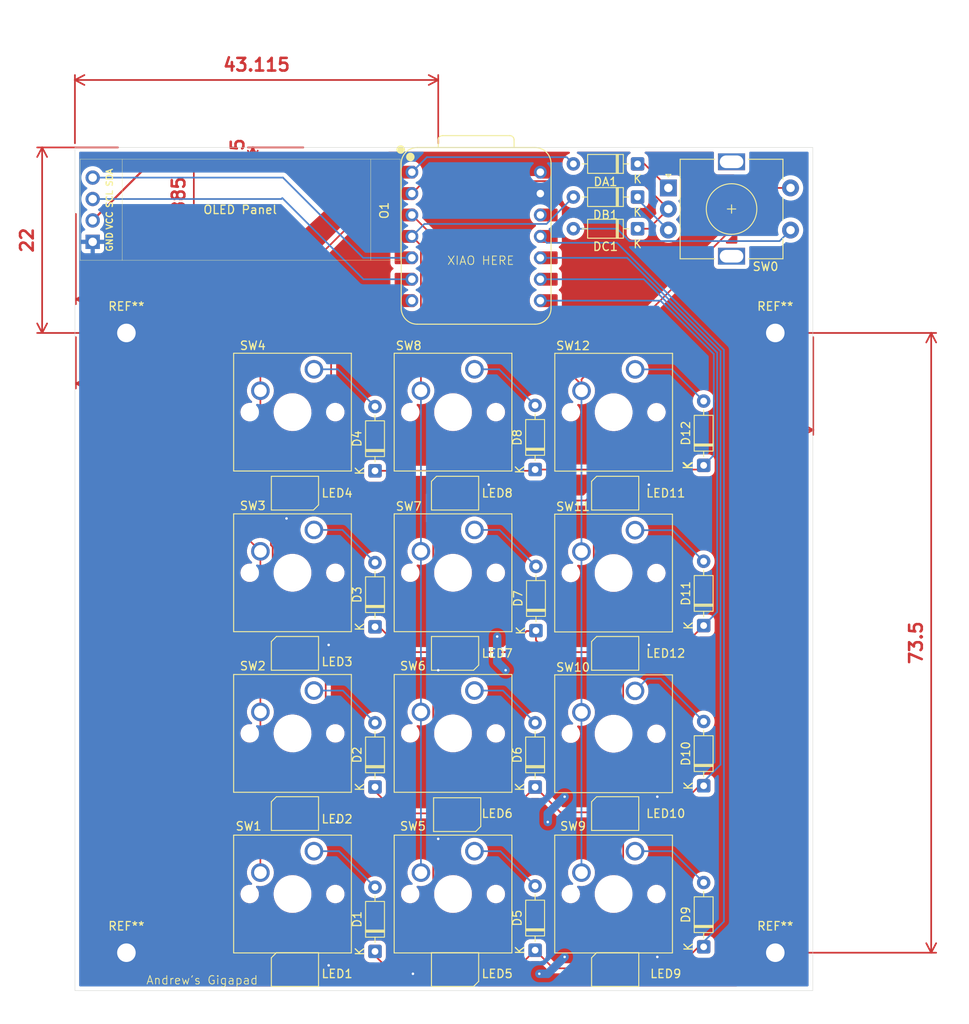
<source format=kicad_pcb>
(kicad_pcb (version 20241229) (generator "pcbnew") (generator_version "9.0")
  (layers (0 "F.Cu" signal) (2 "B.Cu" signal) (13 "F.Paste" user) (15 "B.Paste" user) (5 "F.SilkS" user "F.Silkscreen") (7 "B.SilkS" user "B.Silkscreen") (1 "F.Mask" user) (3 "B.Mask" user) (25 "Edge.Cuts" user))
  (net 0 "")
  (net 1 "GND")
  (net 2 "+5V")
  (net 3 "Net-(D1-K)")
  (net 4 "Net-(D1-A)")
  (net 5 "Net-(D2-A)")
  (net 6 "Net-(D3-A)")
  (net 7 "Net-(D4-A)")
  (net 9 "Net-(O1-Pin_3)")
  (net 10 "Net-(O1-Pin_4)")
  (net 12 "Net-(DA1-A)")
  (net 13 "Net-(D10-K)")
  (net 14 "Net-(D11-K)")
  (net 15 "Net-(D12-K)")
  (net 16 "Net-(D5-A)")
  (net 17 "Net-(D6-A)")
  (net 18 "Net-(D7-A)")
  (net 19 "Net-(D8-A)")
  (net 20 "Net-(D9-A)")
  (net 21 "Net-(D10-A)")
  (net 22 "Net-(D11-A)")
  (net 23 "Net-(D12-A)")
  (net 24 "Net-(DA1-K)")
  (net 25 "Net-(DB1-A)")
  (net 26 "Net-(DC1-K)")
  (net 27 "Net-(DB1-K)")
  (net 28 "Net-(DC1-A)")
  (net 29 "Net-(U1-GPIO28{slash}ADC2{slash}A2)")
  (net 30 "Net-(LED1-DIN)")
  (net 31 "Net-(LED1-DOUT)")
  (net 32 "Net-(LED5-DOUT)")
  (net 33 "Net-(LED6-DOUT)")
  (net 34 "Net-(LED7-DOUT)")
  (net 35 "Net-(LED10-DIN)")
  (net 36 "Net-(LED10-DOUT)")
  (net 37 "Net-(LED11-DIN)")
  (net 39 "Net-(LED11-DOUT)")
  (net 40 "Net-(LED2-DIN)")
  (net 41 "Net-(LED3-DIN)")
  (net 42 "Net-(LED4-DIN)")
  (footprint "Diode_THT:D_DO-35_SOD27_P7.62mm_Horizontal" (layer "F.Cu") (at 139.5 133.85 90)
    (property "Reference" "D6")
    (property "Value" "1N4148WT")
  )
  (footprint "Button_Switch_Keyboard:SW_Cherry_MX_1.00u_PCB" (layer "F.Cu") (at 132.3 84.31)
    (property "Reference" "SW8")
    (property "Value" "SW_Push" (hide yes))
  )
  (footprint "Diode_THT:D_DO-35_SOD27_P7.62mm_Horizontal" (layer "F.Cu") (at 159.5 133.7 90)
    (property "Reference" "D10")
    (property "Value" "1N4148WT")
  )
  (footprint "MountingHole:MountingHole_2.2mm_M2" (layer "F.Cu") (at 168 153.5)
    (property "Reference" "REF**")
    (property "Value" "MountingHole_2.2mm_M2")
  )
  (footprint "LED_SMD:LED_SK6812MINI_PLCC4_3.5x3.5mm_P1.75mm" (layer "F.Cu") (at 111 137 180)
    (property "Reference" "LED2")
    (property "Value" "SK6812MINI" (hide yes))
  )
  (footprint "LED_SMD:LED_SK6812MINI_PLCC4_3.5x3.5mm_P1.75mm" (layer "F.Cu") (at 149 155.5 180)
    (property "Reference" "LED9")
    (property "Value" "SK6812MINI" (hide yes))
  )
  (footprint "Rotary_Encoder:RotaryEncoder_Alps_EC11E-Switch_Vertical_H20mm" (layer "F.Cu") (at 155.31 62.8)
    (property "Reference" "SW0")
    (property "Value" "RotaryEncoder_Switch" (hide yes))
  )
  (footprint "Diode_THT:D_DO-35_SOD27_P7.62mm_Horizontal" (layer "F.Cu") (at 151.66 67.64 180)
    (property "Reference" "DC1")
    (property "Value" "1N4148WT" (hide yes))
  )
  (footprint "Diode_THT:D_DO-35_SOD27_P7.62mm_Horizontal" (layer "F.Cu") (at 159.5 114.7 90)
    (property "Reference" "D11")
    (property "Value" "1N4148WT")
  )
  (footprint "Diode_THT:D_DO-35_SOD27_P7.62mm_Horizontal" (layer "F.Cu") (at 151.66 63.88 180)
    (property "Reference" "DB1")
    (property "Value" "1N4148WT" (hide yes))
  )
  (footprint "LED_SMD:LED_SK6812MINI_PLCC4_3.5x3.5mm_P1.75mm" (layer "F.Cu") (at 130 99 180)
    (property "Reference" "LED8")
    (property "Value" "SK6812MINI" (hide yes))
  )
  (footprint "Diode_THT:D_DO-35_SOD27_P7.62mm_Horizontal" (layer "F.Cu") (at 159.5 152.8 90)
    (property "Reference" "D9")
    (property "Value" "1N4148WT")
  )
  (footprint "Diode_THT:D_DO-35_SOD27_P7.62mm_Horizontal" (layer "F.Cu") (at 139.5 153.2 90)
    (property "Reference" "D5")
    (property "Value" "1N4148WT")
  )
  (footprint "MountingHole:MountingHole_2.2mm_M2" (layer "F.Cu") (at 91 80)
    (property "Reference" "REF**")
    (property "Value" "MountingHole_2.2mm_M2")
  )
  (footprint "LED_SMD:LED_SK6812MINI_PLCC4_3.5x3.5mm_P1.75mm" (layer "F.Cu") (at 130 155.5)
    (property "Reference" "LED5")
    (property "Value" "SK6812MINI" (hide yes))
  )
  (footprint "Button_Switch_Keyboard:SW_Cherry_MX_1.00u_PCB" (layer "F.Cu") (at 113.25 84.31)
    (property "Reference" "SW4")
    (property "Value" "SW_Push" (hide yes))
  )
  (footprint "Diode_THT:D_DO-35_SOD27_P7.62mm_Horizontal" (layer "F.Cu") (at 139.6 115.3 90)
    (property "Reference" "D7")
    (property "Value" "1N4148WT")
  )
  (footprint "Button_Switch_Keyboard:SW_Cherry_MX_1.00u_PCB" (layer "F.Cu") (at 151.35 141.46)
    (property "Reference" "SW9")
    (property "Value" "SW_Push" (hide yes))
  )
  (footprint "Button_Switch_Keyboard:SW_Cherry_MX_1.00u_PCB" (layer "F.Cu") (at 113.25 122.41)
    (property "Reference" "SW2")
    (property "Value" "SW_Push" (hide yes))
  )
  (footprint "LED_SMD:LED_SK6812MINI_PLCC4_3.5x3.5mm_P1.75mm" (layer "F.Cu") (at 111 118 180)
    (property "Reference" "LED3")
    (property "Value" "SK6812MINI" (hide yes))
  )
  (footprint "LED_SMD:LED_SK6812MINI_PLCC4_3.5x3.5mm_P1.75mm" (layer "F.Cu") (at 149 118 180)
    (property "Reference" "LED12")
    (property "Value" "SK6812MINI" (hide yes))
  )
  (footprint "Diode_THT:D_DO-35_SOD27_P7.62mm_Horizontal" (layer "F.Cu") (at 159.5 95.7 90)
    (property "Reference" "D12")
    (property "Value" "1N4148WT")
  )
  (footprint "Diode_THT:D_DO-35_SOD27_P7.62mm_Horizontal" (layer "F.Cu") (at 120.5 96.35 90)
    (property "Reference" "D4")
    (property "Value" "1N4148WT")
  )
  (footprint "Button_Switch_Keyboard:SW_Cherry_MX_1.00u_PCB" (layer "F.Cu") (at 151.35 122.45)
    (property "Reference" "SW10")
    (property "Value" "SW_Push" (hide yes))
  )
  (footprint "Button_Switch_Keyboard:SW_Cherry_MX_1.00u_PCB" (layer "F.Cu") (at 151.36 84.32)
    (property "Reference" "SW12")
    (property "Value" "SW_Push" (hide yes))
  )
  (footprint "LED_SMD:LED_SK6812MINI_PLCC4_3.5x3.5mm_P1.75mm" (layer "F.Cu") (at 130 118)
    (property "Reference" "LED7")
    (property "Value" "SK6812MINI" (hide yes))
  )
  (footprint "Button_Switch_Keyboard:SW_Cherry_MX_1.00u_PCB" (layer "F.Cu") (at 113.25 141.46)
    (property "Reference" "SW1")
    (property "Value" "SW_Push" (hide yes))
  )
  (footprint "Diode_THT:D_DO-35_SOD27_P7.62mm_Horizontal" (layer "F.Cu") (at 120.5 114.85 90)
    (property "Reference" "D3")
    (property "Value" "1N4148WT")
  )
  (footprint "LED_SMD:LED_SK6812MINI_PLCC4_3.5x3.5mm_P1.75mm" (layer "F.Cu") (at 130.25 137.125)
    (property "Reference" "LED6")
    (property "Value" "SK6812MINI" (hide yes))
  )
  (footprint "KiCad-SSD1306-0.91-OLED-4pin-128x32.pretty-master:SSD1306-0.91-OLED-4pin-128x32" (layer "F.Cu") (at 123.5 71.385 180)
    (property "Reference" "O1")
    (property "Value" "OLED")
  )
  (footprint "LED_SMD:LED_SK6812MINI_PLCC4_3.5x3.5mm_P1.75mm" (layer "F.Cu") (at 111 99)
    (property "Reference" "LED4")
    (property "Value" "SK6812MINI" (hide yes))
  )
  (footprint "Diode_THT:D_DO-35_SOD27_P7.62mm_Horizontal" (layer "F.Cu") (at 120.5 133.85 90)
    (property "Reference" "D2")
    (property "Value" "1N4148WT")
  )
  (footprint "Diode_THT:D_DO-35_SOD27_P7.62mm_Horizontal" (layer "F.Cu") (at 139.5 96.2 90)
    (property "Reference" "D8")
    (property "Value" "1N4148WT")
  )
  (footprint "Diode_THT:D_DO-35_SOD27_P7.62mm_Horizontal" (layer "F.Cu") (at 120.5 153.35 90)
    (property "Reference" "D1")
    (property "Value" "1N4148WT")
  )
  (footprint "Button_Switch_Keyboard:SW_Cherry_MX_1.00u_PCB" (layer "F.Cu") (at 132.3 103.36)
    (property "Reference" "SW7")
    (property "Value" "SW_Push" (hide yes))
  )
  (footprint "LED_SMD:LED_SK6812MINI_PLCC4_3.5x3.5mm_P1.75mm" (layer "F.Cu") (at 111 155.5 180)
    (property "Reference" "LED1")
    (property "Value" "SK6812MINI" (hide yes))
  )
  (footprint "Button_Switch_Keyboard:SW_Cherry_MX_1.00u_PCB" (layer "F.Cu") (at 151.35 103.39)
    (property "Reference" "SW11")
    (property "Value" "SW_Push" (hide yes))
  )
  (footprint "Diode_THT:D_DO-35_SOD27_P7.62mm_Horizontal" (layer "F.Cu") (at 151.66 59.95 180)
    (property "Reference" "DA1")
    (property "Value" "1N4148WT" (hide yes))
  )
  (footprint "Seeed Studio XIAO Series Library:XIAO-RP2040-DIP" (layer "F.Cu") (at 132.5 68.5485)
    (property "Reference" "U1" (hide yes))
    (property "Value" "XIAO-RP2040-DIP")
  )
  (footprint "LED_SMD:LED_SK6812MINI_PLCC4_3.5x3.5mm_P1.75mm" (layer "F.Cu") (at 149 137 180)
    (property "Reference" "LED10")
    (property "Value" "SK6812MINI" (hide yes))
  )
  (footprint "MountingHole:MountingHole_2.2mm_M2" (layer "F.Cu") (at 168 80)
    (property "Reference" "REF**")
    (property "Value" "MountingHole_2.2mm_M2")
  )
  (footprint "Button_Switch_Keyboard:SW_Cherry_MX_1.00u_PCB" (layer "F.Cu") (at 132.3 122.41)
    (property "Reference" "SW6")
    (property "Value" "SW_Push" (hide yes))
  )
  (footprint "LED_SMD:LED_SK6812MINI_PLCC4_3.5x3.5mm_P1.75mm" (layer "F.Cu") (at 149 99 180)
    (property "Reference" "LED11")
    (property "Value" "SK6812MINI" (hide yes))
  )
  (footprint "Button_Switch_Keyboard:SW_Cherry_MX_1.00u_PCB" (layer "F.Cu") (at 113.25 103.36)
    (property "Reference" "SW3")
    (property "Value" "SW_Push" (hide yes))
  )
  (footprint "MountingHole:MountingHole_2.2mm_M2" (layer "F.Cu") (at 91 153.5)
    (property "Reference" "REF**")
    (property "Value" "MountingHole_2.2mm_M2")
  )
  (footprint "Button_Switch_Keyboard:SW_Cherry_MX_1.00u_PCB" (layer "F.Cu") (at 132.3 141.46)
    (property "Reference" "SW5")
    (property "Value" "SW_Push" (hide yes))
  )
  (gr_rect (start 84.89 58) (end 172.45 158) (stroke (width 0.05)) (fill no) (layer "Edge.Cuts"))
  (gr_text "Andrew's Gigapad" (at 93.3 157.34 0) (layer "F.SilkS") (effects (font (size 1 1) (thickness 0.1)) (justify left bottom)))
  (gr_text "XIAO HERE" (at 129 72 0) (layer "F.SilkS") (effects (font (size 1 1) (thickness 0.1)) (justify left bottom)))
  (gr_text "K" (at 157.6 95.7 90) (layer "F.SilkS") (effects (font (size 1 1))))
  (dimension (type orthogonal) (layer "F.Cu") (pts (xy 111.5 59.5) (xy 112.5 58)) (height -5.5) (orientation 1) (format (prefix "") (suffix "") (units 2) (units_format 0) (precision 4) (suppress_zeroes yes)) (style (thickness 0.2) (arrow_length 1.27) (text_position_mode 0) (arrow_direction outward) (extension_height 0.58642) (extension_offset 0.5) (keep_text_aligned yes)) (gr_text "1.5" (at 104.2 58.75 90) (layer "F.Cu") (effects (font (size 1.5 1.5) (thickness 0.3)))))
  (dimension (type orthogonal) (layer "F.Cu") (pts (xy 90.5 64.5) (xy 120 65.5)) (height 11) (orientation 0) (format (prefix "") (suffix "") (units 2) (units_format 0) (precision 4) (suppress_zeroes yes)) (style (thickness 0.2) (arrow_length 1.27) (text_position_mode 0) (arrow_direction outward) (extension_height 0.58642) (extension_offset 0.5) (keep_text_aligned yes)) (gr_text "29.5" (at 105.25 73.7 0) (layer "F.Cu") (effects (font (size 1.5 1.5) (thickness 0.3)))))
  (dimension (type orthogonal) (layer "F.Cu") (pts (xy 91 80) (xy 90.5 58)) (height -10) (orientation 1) (format (prefix "") (suffix "") (units 2) (units_format 0) (precision 4) (suppress_zeroes yes)) (style (thickness 0.2) (arrow_length 1.27) (text_position_mode 0) (arrow_direction outward) (extension_height 0.58642) (extension_offset 0.5) (keep_text_aligned yes)) (gr_text "22" (at 79.2 69 90) (layer "F.Cu") (effects (font (size 1.5 1.5) (thickness 0.3)))))
  (dimension (type orthogonal) (layer "F.Cu") (pts (xy 168 80) (xy 172.5 80)) (height 11.5) (orientation 0) (format (prefix "") (suffix "") (units 2) (units_format 0) (precision 4) (suppress_zeroes yes)) (style (thickness 0.2) (arrow_length 1.27) (text_position_mode 0) (arrow_direction outward) (extension_height 0.58642) (extension_offset 0.5) (keep_text_aligned yes)) (gr_text "4.5" (at 170.25 89.7 0) (layer "F.Cu") (effects (font (size 1.5 1.5) (thickness 0.3)))))
  (dimension (type orthogonal) (layer "F.Cu") (pts (xy 91 80) (xy 85 80)) (height 6) (orientation 0) (format (prefix "") (suffix "") (units 2) (units_format 0) (precision 4) (suppress_zeroes yes)) (style (thickness 0.2) (arrow_length 1.27) (text_position_mode 0) (arrow_direction outward) (extension_height 0.58642) (extension_offset 0.5) (keep_text_aligned yes)) (gr_text "6" (at 88 84.2 0) (layer "F.Cu") (effects (font (size 1.5 1.5) (thickness 0.3)))))
  (dimension (type orthogonal) (layer "F.Cu") (pts (xy 168 80) (xy 168 153.5)) (height 18.5) (orientation 1) (format (prefix "") (suffix "") (units 2) (units_format 0) (precision 4) (suppress_zeroes yes)) (style (thickness 0.2) (arrow_length 1.27) (text_position_mode 0) (arrow_direction outward) (extension_height 0.58642) (extension_offset 0.5) (keep_text_aligned yes)) (gr_text "73.5" (at 184.7 116.75 90) (layer "F.Cu") (effects (font (size 1.5 1.5) (thickness 0.3)))))
  (dimension (type orthogonal) (layer "F.Cu") (pts (xy 128.005 58.0075) (xy 84.89 58)) (height -8.0075) (orientation 0) (format (prefix "") (suffix "") (units 2) (units_format 0) (precision 4) (suppress_zeroes yes)) (style (thickness 0.2) (arrow_length 1.27) (text_position_mode 0) (arrow_direction outward) (extension_height 0.58642) (extension_offset 0.5) (keep_text_aligned yes)) (gr_text "43.115" (at 106.4475 48.2 0) (layer "F.Cu") (effects (font (size 1.5 1.5) (thickness 0.3)))))
  (dimension (type orthogonal) (layer "F.Cu") (pts (xy 90.5 65.385) (xy 85 65.385)) (height 10.615) (orientation 0) (format (prefix "") (suffix "") (units 2) (units_format 0) (precision 4) (suppress_zeroes yes)) (style (thickness 0.2) (arrow_length 1.27) (text_position_mode 0) (arrow_direction outward) (extension_height 0.58642) (extension_offset 0.5) (keep_text_aligned yes)) (gr_text "5.5" (at 87.75 74.2 0) (layer "F.Cu") (effects (font (size 1.5 1.5) (thickness 0.3)))))
  (dimension (type orthogonal) (layer "F.Cu") (pts (xy 104.5 71.385) (xy 104.615 59.5)) (height -5.5) (orientation 1) (format (prefix "") (suffix "") (units 2) (units_format 0) (precision 4) (suppress_zeroes yes)) (style (thickness 0.2) (arrow_length 1.27) (text_position_mode 0) (arrow_direction outward) (extension_height 0.58642) (extension_offset 0.5) (keep_text_aligned yes)) (gr_text "11.885" (at 97.2 65.4425 90) (layer "F.Cu") (effects (font (size 1.5 1.5) (thickness 0.3)))))
  (segment (start 113 137) (end 115 137) (width 0.2) (layer "F.Cu") (net 1))
  (segment (start 112.75 136.75) (end 113 137) (width 0.2) (layer "F.Cu") (net 1))
  (segment (start 125.375 156.375) (end 125 156) (width 0.2) (layer "F.Cu") (net 1))
  (segment (start 152.875 98.125) (end 153 98) (width 0.2) (layer "F.Cu") (net 1))
  (segment (start 128 120) (end 128.25 119.75) (width 0.2) (layer "F.Cu") (net 1))
  (segment (start 112.75 154.625) (end 114.625 154.625) (width 0.2) (layer "F.Cu") (net 1))
  (segment (start 152.875 117.125) (end 153 117) (width 0.2) (layer "F.Cu") (net 1))
  (segment (start 150.75 98.125) (end 152.875 98.125) (width 0.2) (layer "F.Cu") (net 1))
  (segment (start 114.875 117.125) (end 115 117) (width 0.2) (layer "F.Cu") (net 1))
  (segment (start 150.875 136.125) (end 151 136) (width 0.2) (layer "F.Cu") (net 1))
  (segment (start 150.75 154.625) (end 153.375 154.625) (width 0.2) (layer "F.Cu") (net 1))
  (segment (start 153.375 154.625) (end 154 154) (width 0.2) (layer "F.Cu") (net 1))
  (segment (start 150.75 117.125) (end 152.875 117.125) (width 0.2) (layer "F.Cu") (net 1))
  (segment (start 131.75 98.125) (end 133.875 98.125) (width 0.2) (layer "F.Cu") (net 1))
  (segment (start 109.25 99.875) (end 109.25 101.25) (width 0.2) (layer "F.Cu") (net 1))
  (segment (start 150.75 136.125) (end 150.875 136.125) (width 0.2) (layer "F.Cu") (net 1))
  (segment (start 153 136) (end 154 135) (width 0.2) (layer "F.Cu") (net 1))
  (segment (start 128.25 119.75) (end 128.25 118.875) (width 0.2) (layer "F.Cu") (net 1))
  (segment (start 128.25 156.375) (end 125.375 156.375) (width 0.2) (layer "F.Cu") (net 1))
  (segment (start 133.875 98.125) (end 134 98) (width 0.2) (layer "F.Cu") (net 1))
  (segment (start 151 136) (end 153 136) (width 0.2) (layer "F.Cu") (net 1))
  (segment (start 114.625 154.625) (end 115 155) (width 0.2) (layer "F.Cu") (net 1))
  (segment (start 109.25 101.25) (end 110 102) (width 0.2) (layer "F.Cu") (net 1))
  (segment (start 112.75 136.125) (end 112.75 136.75) (width 0.2) (layer "F.Cu") (net 1))
  (segment (start 115 137) (end 116 138) (width 0.2) (layer "F.Cu") (net 1))
  (segment (start 112.75 117.125) (end 114.875 117.125) (width 0.2) (layer "F.Cu") (net 1))
  (segment (start 128.5 138) (end 128 138) (width 0.2) (layer "F.Cu") (net 1))
  (segment (start 128 138) (end 128 140) (width 0.2) (layer "F.Cu") (net 1))
  (via (at 110 102) (size 0.6) (drill 0.3) (layers "F.Cu" "B.Cu") (net 1))
  (via (at 128 120) (size 0.6) (drill 0.3) (layers "F.Cu" "B.Cu") (net 1))
  (via (at 116 138) (size 0.6) (drill 0.3) (layers "F.Cu" "B.Cu") (net 1))
  (via (at 154 135) (size 0.6) (drill 0.3) (layers "F.Cu" "B.Cu") (net 1))
  (via (at 134 98) (size 0.6) (drill 0.3) (layers "F.Cu" "B.Cu") (net 1))
  (via (at 153 117) (size 0.6) (drill 0.3) (layers "F.Cu" "B.Cu") (net 1))
  (via (at 115 155) (size 0.6) (drill 0.3) (layers "F.Cu" "B.Cu") (net 1))
  (via (at 128 140) (size 0.6) (drill 0.3) (layers "F.Cu" "B.Cu") (net 1))
  (via (at 153 98) (size 0.6) (drill 0.3) (layers "F.Cu" "B.Cu") (net 1))
  (via (at 125 156) (size 0.6) (drill 0.3) (layers "F.Cu" "B.Cu") (net 1))
  (via (at 154 154) (size 0.6) (drill 0.3) (layers "F.Cu" "B.Cu") (net 1))
  (via (at 115 117) (size 0.6) (drill 0.3) (layers "F.Cu" "B.Cu") (net 1))
  (segment (start 144 134) (end 143 135) (width 1) (layer "F.Cu") (net 2))
  (segment (start 144 133) (end 144 134) (width 1) (layer "F.Cu") (net 2))
  (segment (start 87 66.655) (end 94.655 59) (width 0.254) (layer "F.Cu") (net 2))
  (segment (start 137 59) (end 138.9285 60.9285) (width 0.254) (layer "F.Cu") (net 2))
  (segment (start 135 115) (end 135 116) (width 1) (layer "F.Cu") (net 2))
  (segment (start 134 114) (end 135 115) (width 1) (layer "F.Cu") (net 2))
  (segment (start 144 153) (end 143 154) (width 1) (layer "F.Cu") (net 2))
  (segment (start 94.655 59) (end 137 59) (width 0.254) (layer "F.Cu") (net 2))
  (segment (start 138.9285 60.9285) (end 140.12 60.9285) (width 0.254) (layer "F.Cu") (net 2))
  (via (at 136 120) (size 0.6) (drill 0.3) (layers "F.Cu" "B.Cu") (net 2))
  (via (at 141 138) (size 0.6) (drill 0.3) (layers "F.Cu" "B.Cu") (net 2))
  (via (at 143 154) (size 0.6) (drill 0.3) (layers "F.Cu" "B.Cu") (net 2))
  (via (at 135 116) (size 0.6) (drill 0.3) (layers "F.Cu" "B.Cu") (net 2))
  (via (at 143 135) (size 0.6) (drill 0.3) (layers "F.Cu" "B.Cu") (net 2))
  (via (at 140 156) (size 0.6) (drill 0.3) (layers "F.Cu" "B.Cu") (net 2))
  (segment (start 143 154) (end 141 156) (width 1) (layer "B.Cu") (net 2))
  (segment (start 135 119) (end 136 120) (width 1) (layer "B.Cu") (net 2))
  (segment (start 141 156) (end 140 156) (width 1) (layer "B.Cu") (net 2))
  (segment (start 135 116) (end 135 119) (width 1) (layer "B.Cu") (net 2))
  (segment (start 141 137) (end 141 138) (width 1) (layer "B.Cu") (net 2))
  (segment (start 143 135) (end 141 137) (width 1) (layer "B.Cu") (net 2))
  (segment (start 141.651 155.351) (end 156.349 155.351) (width 0.2) (layer "F.Cu") (net 3))
  (segment (start 120.5 153.85) (end 122.001 155.351) (width 0.2) (layer "F.Cu") (net 3))
  (segment (start 120.5 153.35) (end 120.5 153.85) (width 0.2) (layer "F.Cu") (net 3))
  (segment (start 139.5 153.2) (end 141.651 155.351) (width 0.2) (layer "F.Cu") (net 3))
  (segment (start 158.9 152.8) (end 159.5 152.8) (width 0.2) (layer "F.Cu") (net 3))
  (segment (start 156.349 155.351) (end 158.9 152.8) (width 0.2) (layer "F.Cu") (net 3))
  (segment (start 137.349 155.351) (end 139.5 153.2) (width 0.2) (layer "F.Cu") (net 3))
  (segment (start 122.001 155.351) (end 137.349 155.351) (width 0.2) (layer "F.Cu") (net 3))
  (segment (start 161.904 82.004229) (end 149.21027 69.310499) (width 0.2) (layer "B.Cu") (net 3))
  (segment (start 159.5 152.8) (end 159.5 152.2) (width 0.2) (layer "B.Cu") (net 3))
  (segment (start 159.5 152.2) (end 161.904 149.796) (width 0.2) (layer "B.Cu") (net 3))
  (segment (start 161.904 149.796) (end 161.904 82.004229) (width 0.2) (layer "B.Cu") (net 3))
  (segment (start 149.21027 69.310499) (end 140.881999 69.310499) (width 0.2) (layer "B.Cu") (net 3))
  (segment (start 140.881999 69.310499) (end 140.12 68.5485) (width 0.2) (layer "B.Cu") (net 3))
  (segment (start 116.23 141.46) (end 120.5 145.73) (width 0.2) (layer "B.Cu") (net 4))
  (segment (start 113.25 141.46) (end 116.23 141.46) (width 0.2) (layer "B.Cu") (net 4))
  (segment (start 113.25 122.41) (end 116.68 122.41) (width 0.2) (layer "B.Cu") (net 5))
  (segment (start 116.68 122.41) (end 120.5 126.23) (width 0.2) (layer "B.Cu") (net 5))
  (segment (start 113.25 103.36) (end 116.63 103.36) (width 0.2) (layer "B.Cu") (net 6))
  (segment (start 116.63 103.36) (end 120.5 107.23) (width 0.2) (layer "B.Cu") (net 6))
  (segment (start 116.08 84.31) (end 120.5 88.73) (width 0.2) (layer "B.Cu") (net 7))
  (segment (start 113.25 84.31) (end 116.08 84.31) (width 0.2) (layer "B.Cu") (net 7))
  (segment (start 87 64.115) (end 109.385 64.115) (width 0.2) (layer "B.Cu") (net 9))
  (segment (start 109.385 64.115) (end 109.5 64) (width 0.2) (layer "B.Cu") (net 9))
  (segment (start 119.1285 73.6285) (end 124.88 73.6285) (width 0.2) (layer "B.Cu") (net 9))
  (segment (start 109.5 64) (end 119.1285 73.6285) (width 0.2) (layer "B.Cu") (net 9))
  (segment (start 109.575 61.575) (end 119.0885 71.0885) (width 0.2) (layer "B.Cu") (net 10))
  (segment (start 87 61.575) (end 109.575 61.575) (width 0.2) (layer "B.Cu") (net 10))
  (segment (start 119.0885 71.0885) (end 124.88 71.0885) (width 0.2) (layer "B.Cu") (net 10))
  (segment (start 106.9 90.1) (end 105.3 91.7) (width 0.2) (layer "F.Cu") (net 12))
  (segment (start 106.9 136.75) (end 105.3 138.35) (width 0.2) (layer "F.Cu") (net 12))
  (segment (start 106.9 113) (end 105.3 114.6) (width 0.2) (layer "F.Cu") (net 12))
  (segment (start 106.9 86.85) (end 106.9 77.83087) (width 0.2) (layer "F.Cu") (net 12))
  (segment (start 106.9 86.85) (end 106.9 90.1) (width 0.2) (layer "F.Cu") (net 12))
  (segment (start 105.3 114.6) (end 105.3 119.35) (width 0.2) (layer "F.Cu") (net 12))
  (segment (start 106.9 124.95) (end 106.9 136.75) (width 0.2) (layer "F.Cu") (net 12))
  (segment (start 123.80237 60.9285) (end 124.88 60.9285) (width 0.2) (layer "F.Cu") (net 12))
  (segment (start 106.9 120.95) (end 105.3 119.35) (width 0.2) (layer "F.Cu") (net 12))
  (segment (start 106.9 139.95) (end 105.3 138.35) (width 0.2) (layer "F.Cu") (net 12))
  (segment (start 106.9 124.95) (end 106.9 120.95) (width 0.2) (layer "F.Cu") (net 12))
  (segment (start 105.3 91.7) (end 105.3 104.3) (width 0.2) (layer "F.Cu") (net 12))
  (segment (start 106.9 77.83087) (end 123.80237 60.9285) (width 0.2) (layer "F.Cu") (net 12))
  (segment (start 105.3 104.3) (end 106.9 105.9) (width 0.2) (layer "F.Cu") (net 12))
  (segment (start 106.9 144) (end 106.9 139.95) (width 0.2) (layer "F.Cu") (net 12))
  (segment (start 106.9 105.9) (end 106.9 113) (width 0.2) (layer "F.Cu") (net 12))
  (segment (start 143.240001 59.150001) (end 144.04 59.95) (width 0.2) (layer "B.Cu") (net 12))
  (segment (start 124.88 60.9285) (end 126.658499 59.150001) (width 0.2) (layer "B.Cu") (net 12))
  (segment (start 126.658499 59.150001) (end 143.240001 59.150001) (width 0.2) (layer "B.Cu") (net 12))
  (segment (start 136.374 136.976) (end 139.5 133.85) (width 0.2) (layer "F.Cu") (net 13))
  (segment (start 120.5 134.35) (end 123.126 136.976) (width 0.2) (layer "F.Cu") (net 13))
  (segment (start 123.126 136.976) (end 136.374 136.976) (width 0.2) (layer "F.Cu") (net 13))
  (segment (start 142.501 136.851) (end 139.5 133.85) (width 0.2) (layer "F.Cu") (net 13))
  (segment (start 155.849 136.851) (end 159 133.7) (width 0.2) (layer "F.Cu") (net 13))
  (segment (start 159 133.7) (end 159.5 133.7) (width 0.2) (layer "F.Cu") (net 13))
  (segment (start 155.849 136.851) (end 142.501 136.851) (width 0.2) (layer "F.Cu") (net 13))
  (segment (start 120.5 133.85) (end 120.5 134.35) (width 0.2) (layer "F.Cu") (net 13))
  (segment (start 161.503 82.170329) (end 150.421171 71.0885) (width 0.2) (layer "B.Cu") (net 13))
  (segment (start 161.503 131.197) (end 161.503 82.170329) (width 0.2) (layer "B.Cu") (net 13))
  (segment (start 159.5 133.2) (end 159.5 133.7) (width 0.2) (layer "B.Cu") (net 13))
  (segment (start 150.421171 71.0885) (end 140.12 71.0885) (width 0.2) (layer "B.Cu") (net 13))
  (segment (start 161.503 131.197) (end 159.5 133.2) (width 0.2) (layer "B.Cu") (net 13))
  (segment (start 138.5 115.35) (end 135.999 117.851) (width 0.2) (layer "F.Cu") (net 14))
  (segment (start 141.001 117.851) (end 139.6 116.45) (width 0.2) (layer "F.Cu") (net 14))
  (segment (start 121 114.85) (end 120.5 114.85) (width 0.2) (layer "F.Cu") (net 14))
  (segment (start 124.001 117.851) (end 121 114.85) (width 0.2) (layer "F.Cu") (net 14))
  (segment (start 139.6 116.45) (end 139.6 115.3) (width 0.2) (layer "F.Cu") (net 14))
  (segment (start 135.999 117.851) (end 124.001 117.851) (width 0.2) (layer "F.Cu") (net 14))
  (segment (start 139.55 115.35) (end 138.5 115.35) (width 0.2) (layer "F.Cu") (net 14))
  (segment (start 156.349 117.851) (end 141.001 117.851) (width 0.2) (layer "F.Cu") (net 14))
  (segment (start 139.6 115.3) (end 139.55 115.35) (width 0.2) (layer "F.Cu") (net 14))
  (segment (start 159.5 114.7) (end 156.349 117.851) (width 0.2) (layer "F.Cu") (net 14))
  (segment (start 161.102 82.336429) (end 152.394071 73.6285) (width 0.2) (layer "B.Cu") (net 14))
  (segment (start 159.5 114.7) (end 161.102 113.098) (width 0.2) (layer "B.Cu") (net 14))
  (segment (start 161.102 113.098) (end 161.102 82.336429) (width 0.2) (layer "B.Cu") (net 14))
  (segment (start 152.394071 73.6285) (end 140.12 73.6285) (width 0.2) (layer "B.Cu") (net 14))
  (segment (start 139.35 96.35) (end 139.5 96.2) (width 0.2) (layer "F.Cu") (net 15))
  (segment (start 139.5 96.2) (end 159 96.2) (width 0.2) (layer "F.Cu") (net 15))
  (segment (start 159 96.2) (end 159.5 95.7) (width 0.2) (layer "F.Cu") (net 15))
  (segment (start 120.5 96.35) (end 139.35 96.35) (width 0.2) (layer "F.Cu") (net 15))
  (segment (start 154.366971 76.1685) (end 140.12 76.1685) (width 0.2) (layer "B.Cu") (net 15))
  (segment (start 160.701 94.499) (end 160.701 82.502529) (width 0.2) (layer "B.Cu") (net 15))
  (segment (start 159.5 95.7) (end 160.701 94.499) (width 0.2) (layer "B.Cu") (net 15))
  (segment (start 160.701 82.502529) (end 154.366971 76.1685) (width 0.2) (layer "B.Cu") (net 15))
  (segment (start 132.3 141.46) (end 135.38 141.46) (width 0.2) (layer "B.Cu") (net 16))
  (segment (start 135.38 141.46) (end 139.5 145.58) (width 0.2) (layer "B.Cu") (net 16))
  (segment (start 135.68 122.41) (end 139.5 126.23) (width 0.2) (layer "B.Cu") (net 17))
  (segment (start 132.3 122.41) (end 135.68 122.41) (width 0.2) (layer "B.Cu") (net 17))
  (segment (start 132.3 103.36) (end 135.28 103.36) (width 0.2) (layer "B.Cu") (net 18))
  (segment (start 135.28 103.36) (end 139.6 107.68) (width 0.2) (layer "B.Cu") (net 18))
  (segment (start 132.3 84.31) (end 135.23 84.31) (width 0.2) (layer "B.Cu") (net 19))
  (segment (start 135.23 84.31) (end 139.5 88.58) (width 0.2) (layer "B.Cu") (net 19))
  (segment (start 155.78 141.46) (end 159.5 145.18) (width 0.2) (layer "B.Cu") (net 20))
  (segment (start 151.35 141.46) (end 155.78 141.46) (width 0.2) (layer "B.Cu") (net 20))
  (segment (start 152.8 121) (end 153.5 121) (width 0.2) (layer "B.Cu") (net 21))
  (segment (start 154.42 121) (end 159.5 126.08) (width 0.2) (layer "B.Cu") (net 21))
  (segment (start 151.35 122.45) (end 152.8 121) (width 0.2) (layer "B.Cu") (net 21))
  (segment (start 153.5 121) (end 154.42 121) (width 0.2) (layer "B.Cu") (net 21))
  (segment (start 151.35 103.39) (end 155.81 103.39) (width 0.2) (layer "B.Cu") (net 22))
  (segment (start 155.81 103.39) (end 159.5 107.08) (width 0.2) (layer "B.Cu") (net 22))
  (segment (start 155.74 84.32) (end 159.5 88.08) (width 0.2) (layer "B.Cu") (net 23))
  (segment (start 151.36 84.32) (end 155.74 84.32) (width 0.2) (layer "B.Cu") (net 23))
  (segment (start 151.66 59.95) (end 152.46 59.95) (width 0.2) (layer "F.Cu") (net 24))
  (segment (start 152.46 59.95) (end 155.31 62.8) (width 0.2) (layer "F.Cu") (net 24))
  (segment (start 124.88 68.5485) (end 125.95 69.6185) (width 0.2) (layer "F.Cu") (net 25))
  (segment (start 125.95 69.6185) (end 125.95 86.85) (width 0.2) (layer "F.Cu") (net 25))
  (segment (start 125.95 105.9) (end 125.95 86.85) (width 0.2) (layer "B.Cu") (net 25))
  (segment (start 140.8485 67.0715) (end 126.357 67.0715) (width 0.2) (layer "B.Cu") (net 25))
  (segment (start 125.95 124.95) (end 125.95 105.9) (width 0.2) (layer "B.Cu") (net 25))
  (segment (start 126.357 67.0715) (end 124.88 68.5485) (width 0.2) (layer "B.Cu") (net 25))
  (segment (start 125.95 144) (end 125.95 124.95) (width 0.2) (layer "B.Cu") (net 25))
  (segment (start 144.04 63.88) (end 140.8485 67.0715) (width 0.2) (layer "B.Cu") (net 25))
  (segment (start 152.0015 61.9915) (end 155.31 65.3) (width 0.2) (layer "F.Cu") (net 26))
  (segment (start 126.357 61.9915) (end 152.0015 61.9915) (width 0.2) (layer "F.Cu") (net 26))
  (segment (start 152.97 67.64) (end 155.31 65.3) (width 0.2) (layer "F.Cu") (net 26))
  (segment (start 151.66 67.64) (end 152.97 67.64) (width 0.2) (layer "F.Cu") (net 26))
  (segment (start 124.88 63.4685) (end 126.357 61.9915) (width 0.2) (layer "F.Cu") (net 26))
  (segment (start 151.66 63.88) (end 151.66 64.15) (width 0.2) (layer "B.Cu") (net 27))
  (segment (start 151.66 64.15) (end 155.31 67.8) (width 0.2) (layer "B.Cu") (net 27))
  (segment (start 169.81 67.8) (end 168.509 69.101) (width 0.2) (layer "B.Cu") (net 28))
  (segment (start 150.689 69.101) (end 149.228 67.64) (width 0.2) (layer "B.Cu") (net 28))
  (segment (start 149.228 67.64) (end 144.04 67.64) (width 0.2) (layer "B.Cu") (net 28))
  (segment (start 168.509 69.101) (end 150.689 69.101) (width 0.2) (layer "B.Cu") (net 28))
  (segment (start 167.708 62.8) (end 145.01 85.498) (width 0.2) (layer "F.Cu") (net 29))
  (segment (start 145.01 86.1385) (end 145.01 86.86) (width 0.2) (layer "F.Cu") (net 29))
  (segment (start 145.01 85.498) (end 145.01 86.86) (width 0.2) (layer "F.Cu") (net 29))
  (segment (start 124.88 66.0085) (end 145.01 86.1385) (width 0.2) (layer "F.Cu") (net 29))
  (segment (start 169.81 62.8) (end 167.708 62.8) (width 0.2) (layer "F.Cu") (net 29))
  (segment (start 145 105.93) (end 145 124.99) (width 0.2) (layer "B.Cu") (net 29))
  (segment (start 145 86.87) (end 145.01 86.86) (width 0.2) (layer "B.Cu") (net 29))
  (segment (start 145 105.93) (end 145 86.87) (width 0.2) (layer "B.Cu") (net 29))
  (segment (start 145 124.99) (end 145 144) (width 0.2) (layer "B.Cu") (net 29))
  (segment (start 109.736184 141.238816) (end 113.061 144.563632) (width 0.2) (layer "F.Cu") (net 30))
  (segment (start 113.061 150.814) (end 109.25 154.625) (width 0.2) (layer "F.Cu") (net 30))
  (segment (start 113.061 144.563632) (end 113.061 150.814) (width 0.2) (layer "F.Cu") (net 30))
  (segment (start 112.75 138.225) (end 109.736184 141.238816) (width 0.2) (layer "F.Cu") (net 30))
  (segment (start 112.75 137.875) (end 112.75 138.225) (width 0.2) (layer "F.Cu") (net 30))
  (segment (start 112.75 156.375) (end 113.476 157.101) (width 0.2) (layer "F.Cu") (net 31))
  (segment (start 131.024 157.101) (end 131.75 156.375) (width 0.2) (layer "F.Cu") (net 31))
  (segment (start 113.476 157.101) (end 131.024 157.101) (width 0.2) (layer "F.Cu") (net 31))
  (segment (start 127.409 153.784) (end 127.409 142.591) (width 0.2) (layer "F.Cu") (net 32))
  (segment (start 131.6 138.35) (end 132.3 138.35) (width 0.2) (layer "F.Cu") (net 32))
  (segment (start 127.409 142.591) (end 132 138) (width 0.2) (layer "F.Cu") (net 32))
  (segment (start 128.25 154.625) (end 127.409 153.784) (width 0.2) (layer "F.Cu") (net 32))
  (segment (start 127.409 135.159) (end 128.5 136.25) (width 0.2) (layer "F.Cu") (net 33))
  (segment (start 127.409 123.216) (end 127.409 135.159) (width 0.2) (layer "F.Cu") (net 33))
  (segment (start 131.75 118.875) (end 127.409 123.216) (width 0.2) (layer "F.Cu") (net 33))
  (segment (start 127.409 102.543) (end 127.149 102.283) (width 0.2) (layer "F.Cu") (net 34))
  (segment (start 127.149 102.283) (end 127.149 99.226) (width 0.2) (layer "F.Cu") (net 34))
  (segment (start 128.25 117.125) (end 127.409 116.284) (width 0.2) (layer "F.Cu") (net 34))
  (segment (start 127.149 99.226) (end 128.25 98.125) (width 0.2) (layer "F.Cu") (net 34))
  (segment (start 127.409 116.284) (end 127.409 102.543) (width 0.2) (layer "F.Cu") (net 34))
  (segment (start 150.75 118.875) (end 149.949 119.676) (width 0.2) (layer "F.Cu") (net 35))
  (segment (start 151.161 132.214) (end 147.25 136.125) (width 0.2) (layer "F.Cu") (net 35))
  (segment (start 149.949 125.344184) (end 151.161 126.556184) (width 0.2) (layer "F.Cu") (net 35))
  (segment (start 149.949 119.676) (end 149.949 125.344184) (width 0.2) (layer "F.Cu") (net 35))
  (segment (start 151.161 126.556184) (end 151.161 132.214) (width 0.2) (layer "F.Cu") (net 35))
  (segment (start 149.949 138.676) (end 149.949 144.354184) (width 0.2) (layer "F.Cu") (net 36))
  (segment (start 149.949 144.354184) (end 151.161 145.566184) (width 0.2) (layer "F.Cu") (net 36))
  (segment (start 150.75 137.875) (end 149.949 138.676) (width 0.2) (layer "F.Cu") (net 36))
  (segment (start 151.161 145.566184) (end 151.161 150.714) (width 0.2) (layer "F.Cu") (net 36))
  (segment (start 151.161 150.714) (end 147.25 154.625) (width 0.2) (layer "F.Cu") (net 36))
  (segment (start 145.5 99.875) (end 147.25 98.125) (width 0.2) (layer "F.Cu") (net 37))
  (segment (start 131.75 99.875) (end 145.5 99.875) (width 0.2) (layer "F.Cu") (net 37))
  (segment (start 146.459 116.334) (end 146.459 104.166) (width 0.2) (layer "F.Cu") (net 39))
  (segment (start 147.25 117.125) (end 146.459 116.334) (width 0.2) (layer "F.Cu") (net 39))
  (segment (start 146.459 104.166) (end 150.75 99.875) (width 0.2) (layer "F.Cu") (net 39))
  (segment (start 114.651 120.776) (end 114.651 126.93053) (width 0.2) (layer "F.Cu") (net 40))
  (segment (start 114.651 126.93053) (end 109.25 132.33153) (width 0.2) (layer "F.Cu") (net 40))
  (segment (start 112.75 118.875) (end 114.651 120.776) (width 0.2) (layer "F.Cu") (net 40))
  (segment (start 109.25 132.33153) (end 109.25 136.125) (width 0.2) (layer "F.Cu") (net 40))
  (segment (start 108.149 99.226) (end 108.149 105.167686) (width 0.2) (layer "F.Cu") (net 41))
  (segment (start 108.149 105.167686) (end 108.359 105.377686) (width 0.2) (layer "F.Cu") (net 41))
  (segment (start 109.25 98.125) (end 108.149 99.226) (width 0.2) (layer "F.Cu") (net 41))
  (segment (start 108.359 116.234) (end 109.25 117.125) (width 0.2) (layer "F.Cu") (net 41))
  (segment (start 108.359 105.377686) (end 108.359 116.234) (width 0.2) (layer "F.Cu") (net 41))
  (segment (start 119.515 76.1685) (end 115.29253 80.39097) (width 0.2) (layer "F.Cu") (net 42))
  (segment (start 115.29253 88.189) (end 111.649 91.83253) (width 0.2) (layer "F.Cu") (net 42))
  (segment (start 115.29253 80.39097) (end 115.29253 88.189) (width 0.2) (layer "F.Cu") (net 42))
  (segment (start 124.88 76.1685) (end 119.515 76.1685) (width 0.2) (layer "F.Cu") (net 42))
  (segment (start 111.649 91.83253) (end 111.649 98.774) (width 0.2) (layer "F.Cu") (net 42))
  (segment (start 111.649 98.774) (end 112.75 99.875) (width 0.2) (layer "F.Cu") (net 42))
  (zone (net 2) (net_name "+5V") (layer "F.Cu") (priority 1) (connect_pads (clearance 0.5)) (min_thickness 0.25) (fill yes (thermal_gap 0.5) (thermal_bridge_width 0.5) (island_removal_mode 1) (island_area_min 10))
    (polygon (pts (xy 127 54) (xy 101.5 77.5) (xy 101 94) (xy 102.5 159) (xy 163.5 158) (xy 163.5 75.5) (xy 163.5 68.5) (xy 163 57) (xy 123.410727 40.512511) (xy 116.940727 42.512511)))
  )
  (zone (net 1) (net_name "GND") (layer "B.Cu") (connect_pads (clearance 0.5)) (min_thickness 0.25) (fill yes (thermal_gap 0.5) (thermal_bridge_width 0.5))
    (polygon (pts (xy 76 53) (xy 78 162) (xy 190 159) (xy 191 53)))
  )
)
</source>
